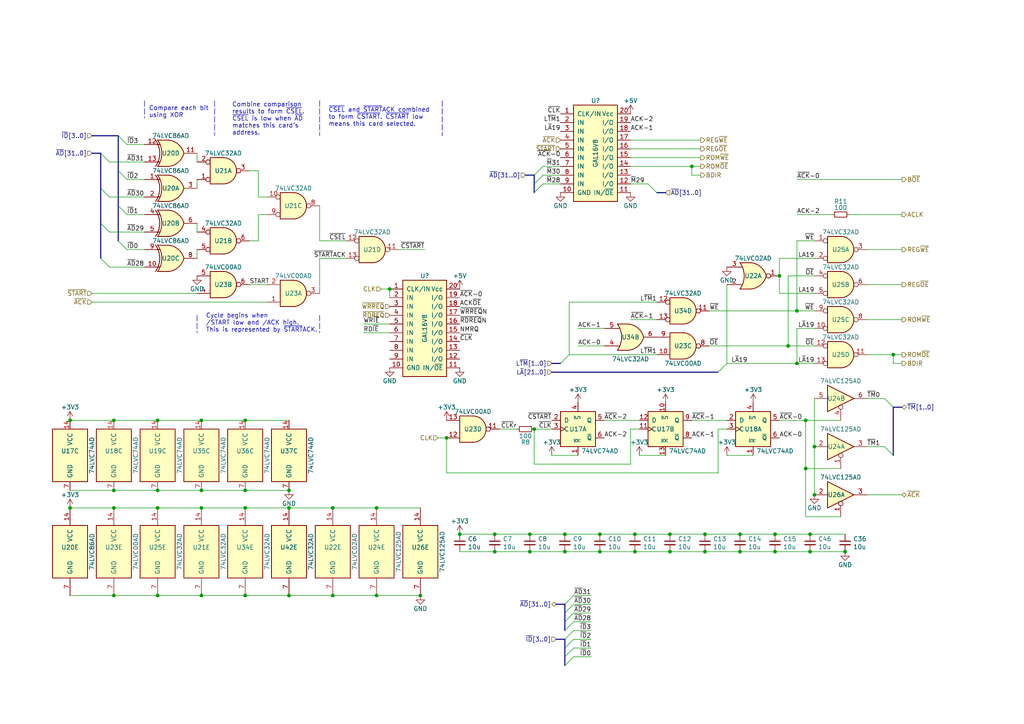
<source format=kicad_sch>
(kicad_sch (version 20211123) (generator eeschema)
  (paper "A4")
  (title_block (title "NuBus-ESP32") (date "2021-11-18") (rev "0.1") (company "Garrett's Workshop"))
  (lib_symbols
    (symbol "74xx:74LS00" (pin_names (offset 1.016))
      (property "Reference" "U" (at 0 1.27 0))
      (property "Value" "74LS00" (at 0 -1.27 0))
      (symbol "74LS00_1_1"
        (pin input line (at -7.62 2.54 0) (length 3.81) (name "~") (number "1"))
        (pin input line (at -7.62 -2.54 0) (length 3.81) (name "~") (number "2"))
        (pin output inverted (at 7.62 0 180) (length 3.81) (name "~") (number "3"))
      )
      (symbol "74LS00_1_2"
        (pin input inverted (at -7.62 2.54 0) (length 4.318) (name "~") (number "1"))
        (pin input inverted (at -7.62 -2.54 0) (length 4.318) (name "~") (number "2"))
        (pin output line (at 7.62 0 180) (length 3.81) (name "~") (number "3"))
      )
      (symbol "74LS00_2_1"
        (pin input line (at -7.62 2.54 0) (length 3.81) (name "~") (number "4"))
        (pin input line (at -7.62 -2.54 0) (length 3.81) (name "~") (number "5"))
        (pin output inverted (at 7.62 0 180) (length 3.81) (name "~") (number "6"))
      )
      (symbol "74LS00_2_2"
        (pin input inverted (at -7.62 2.54 0) (length 4.318) (name "~") (number "4"))
        (pin input inverted (at -7.62 -2.54 0) (length 4.318) (name "~") (number "5"))
        (pin output line (at 7.62 0 180) (length 3.81) (name "~") (number "6"))
      )
      (symbol "74LS00_3_1"
        (pin input line (at -7.62 -2.54 0) (length 3.81) (name "~") (number "10"))
        (pin output inverted (at 7.62 0 180) (length 3.81) (name "~") (number "8"))
        (pin input line (at -7.62 2.54 0) (length 3.81) (name "~") (number "9"))
      )
      (symbol "74LS00_3_2"
        (pin input inverted (at -7.62 -2.54 0) (length 4.318) (name "~") (number "10"))
        (pin output line (at 7.62 0 180) (length 3.81) (name "~") (number "8"))
        (pin input inverted (at -7.62 2.54 0) (length 4.318) (name "~") (number "9"))
      )
      (symbol "74LS00_4_1"
        (pin output inverted (at 7.62 0 180) (length 3.81) (name "~") (number "11"))
        (pin input line (at -7.62 2.54 0) (length 3.81) (name "~") (number "12"))
        (pin input line (at -7.62 -2.54 0) (length 3.81) (name "~") (number "13"))
      )
      (symbol "74LS00_4_2"
        (pin output line (at 7.62 0 180) (length 3.81) (name "~") (number "11"))
        (pin input inverted (at -7.62 2.54 0) (length 4.318) (name "~") (number "12"))
        (pin input inverted (at -7.62 -2.54 0) (length 4.318) (name "~") (number "13"))
      )
      (symbol "74LS00_5_0"
        (pin power_in line (at 0 12.7 270) (length 5.08) (name "VCC") (number "14"))
        (pin power_in line (at 0 -12.7 90) (length 5.08) (name "GND") (number "7"))
      )
    )
    (symbol "74xx:74LS02" (pin_names (offset 1.016))
      (property "Reference" "U" (at 0 1.27 0))
      (property "Value" "74LS02" (at 0 -1.27 0))
      (symbol "74LS02_1_1"
        (pin output inverted (at 7.62 0 180) (length 3.81) (name "~") (number "1"))
        (pin input line (at -7.62 2.54 0) (length 4.318) (name "~") (number "2"))
        (pin input line (at -7.62 -2.54 0) (length 4.318) (name "~") (number "3"))
      )
      (symbol "74LS02_1_2"
        (pin output line (at 7.62 0 180) (length 3.81) (name "~") (number "1"))
        (pin input inverted (at -7.62 2.54 0) (length 3.81) (name "~") (number "2"))
        (pin input inverted (at -7.62 -2.54 0) (length 3.81) (name "~") (number "3"))
      )
      (symbol "74LS02_2_1"
        (pin output inverted (at 7.62 0 180) (length 3.81) (name "~") (number "4"))
        (pin input line (at -7.62 2.54 0) (length 4.318) (name "~") (number "5"))
        (pin input line (at -7.62 -2.54 0) (length 4.318) (name "~") (number "6"))
      )
      (symbol "74LS02_2_2"
        (pin output line (at 7.62 0 180) (length 3.81) (name "~") (number "4"))
        (pin input inverted (at -7.62 2.54 0) (length 3.81) (name "~") (number "5"))
        (pin input inverted (at -7.62 -2.54 0) (length 3.81) (name "~") (number "6"))
      )
      (symbol "74LS02_3_1"
        (pin output inverted (at 7.62 0 180) (length 3.81) (name "~") (number "10"))
        (pin input line (at -7.62 2.54 0) (length 4.318) (name "~") (number "8"))
        (pin input line (at -7.62 -2.54 0) (length 4.318) (name "~") (number "9"))
      )
      (symbol "74LS02_3_2"
        (pin output line (at 7.62 0 180) (length 3.81) (name "~") (number "10"))
        (pin input inverted (at -7.62 2.54 0) (length 3.81) (name "~") (number "8"))
        (pin input inverted (at -7.62 -2.54 0) (length 3.81) (name "~") (number "9"))
      )
      (symbol "74LS02_4_1"
        (pin input line (at -7.62 2.54 0) (length 4.318) (name "~") (number "11"))
        (pin input line (at -7.62 -2.54 0) (length 4.318) (name "~") (number "12"))
        (pin output inverted (at 7.62 0 180) (length 3.81) (name "~") (number "13"))
      )
      (symbol "74LS02_4_2"
        (pin input inverted (at -7.62 2.54 0) (length 3.81) (name "~") (number "11"))
        (pin input inverted (at -7.62 -2.54 0) (length 3.81) (name "~") (number "12"))
        (pin output line (at 7.62 0 180) (length 3.81) (name "~") (number "13"))
      )
      (symbol "74LS02_5_0"
        (pin power_in line (at 0 12.7 270) (length 5.08) (name "VCC") (number "14"))
        (pin power_in line (at 0 -12.7 90) (length 5.08) (name "GND") (number "7"))
      )
    )
    (symbol "74xx:74LS125" (pin_names (offset 1.016))
      (property "Reference" "U" (at 0 1.27 0))
      (property "Value" "74LS125" (at 0 -1.27 0))
      (symbol "74LS125_1_0"
        (pin input inverted (at 0 -6.35 90) (length 4.445) (name "~") (number "1"))
        (pin input line (at -7.62 0 0) (length 3.81) (name "~") (number "2"))
        (pin tri_state line (at 7.62 0 180) (length 3.81) (name "~") (number "3"))
      )
      (symbol "74LS125_2_0"
        (pin input inverted (at 0 -6.35 90) (length 4.445) (name "~") (number "4"))
        (pin input line (at -7.62 0 0) (length 3.81) (name "~") (number "5"))
        (pin tri_state line (at 7.62 0 180) (length 3.81) (name "~") (number "6"))
      )
      (symbol "74LS125_3_0"
        (pin input inverted (at 0 -6.35 90) (length 4.445) (name "~") (number "10"))
        (pin tri_state line (at 7.62 0 180) (length 3.81) (name "~") (number "8"))
        (pin input line (at -7.62 0 0) (length 3.81) (name "~") (number "9"))
      )
      (symbol "74LS125_4_0"
        (pin tri_state line (at 7.62 0 180) (length 3.81) (name "~") (number "11"))
        (pin input line (at -7.62 0 0) (length 3.81) (name "~") (number "12"))
        (pin input inverted (at 0 -6.35 90) (length 4.445) (name "~") (number "13"))
      )
      (symbol "74LS125_5_0"
        (pin power_in line (at 0 12.7 270) (length 5.08) (name "VCC") (number "14"))
        (pin power_in line (at 0 -12.7 90) (length 5.08) (name "GND") (number "7"))
      )
    )
    (symbol "74xx:74LS32" (pin_names (offset 1.016))
      (property "Reference" "U" (at 0 1.27 0))
      (property "Value" "74LS32" (at 0 -1.27 0))
      (symbol "74LS32_1_1"
        (pin input line (at -7.62 2.54 0) (length 4.318) (name "~") (number "1"))
        (pin input line (at -7.62 -2.54 0) (length 4.318) (name "~") (number "2"))
        (pin output line (at 7.62 0 180) (length 3.81) (name "~") (number "3"))
      )
      (symbol "74LS32_1_2"
        (pin input inverted (at -7.62 2.54 0) (length 3.81) (name "~") (number "1"))
        (pin input inverted (at -7.62 -2.54 0) (length 3.81) (name "~") (number "2"))
        (pin output inverted (at 7.62 0 180) (length 3.81) (name "~") (number "3"))
      )
      (symbol "74LS32_2_1"
        (pin input line (at -7.62 2.54 0) (length 4.318) (name "~") (number "4"))
        (pin input line (at -7.62 -2.54 0) (length 4.318) (name "~") (number "5"))
        (pin output line (at 7.62 0 180) (length 3.81) (name "~") (number "6"))
      )
      (symbol "74LS32_2_2"
        (pin input inverted (at -7.62 2.54 0) (length 3.81) (name "~") (number "4"))
        (pin input inverted (at -7.62 -2.54 0) (length 3.81) (name "~") (number "5"))
        (pin output inverted (at 7.62 0 180) (length 3.81) (name "~") (number "6"))
      )
      (symbol "74LS32_3_1"
        (pin input line (at -7.62 -2.54 0) (length 4.318) (name "~") (number "10"))
        (pin output line (at 7.62 0 180) (length 3.81) (name "~") (number "8"))
        (pin input line (at -7.62 2.54 0) (length 4.318) (name "~") (number "9"))
      )
      (symbol "74LS32_3_2"
        (pin input inverted (at -7.62 -2.54 0) (length 3.81) (name "~") (number "10"))
        (pin output inverted (at 7.62 0 180) (length 3.81) (name "~") (number "8"))
        (pin input inverted (at -7.62 2.54 0) (length 3.81) (name "~") (number "9"))
      )
      (symbol "74LS32_4_1"
        (pin output line (at 7.62 0 180) (length 3.81) (name "~") (number "11"))
        (pin input line (at -7.62 2.54 0) (length 4.318) (name "~") (number "12"))
        (pin input line (at -7.62 -2.54 0) (length 4.318) (name "~") (number "13"))
      )
      (symbol "74LS32_4_2"
        (pin output inverted (at 7.62 0 180) (length 3.81) (name "~") (number "11"))
        (pin input inverted (at -7.62 2.54 0) (length 3.81) (name "~") (number "12"))
        (pin input inverted (at -7.62 -2.54 0) (length 3.81) (name "~") (number "13"))
      )
      (symbol "74LS32_5_0"
        (pin power_in line (at 0 12.7 270) (length 5.08) (name "VCC") (number "14"))
        (pin power_in line (at 0 -12.7 90) (length 5.08) (name "GND") (number "7"))
      )
    )
    (symbol "74xx:74LS74" (pin_names (offset 1.016))
      (property "Reference" "U" (at -7.62 8.89 0))
      (property "Value" "74LS74" (at -7.62 -8.89 0))
      (symbol "74LS74_1_0"
        (pin input line (at 0 -7.62 90) (length 2.54) (name "~{R}") (number "1"))
        (pin input line (at -7.62 2.54 0) (length 2.54) (name "D") (number "2"))
        (pin input clock (at -7.62 0 0) (length 2.54) (name "C") (number "3"))
        (pin input line (at 0 7.62 270) (length 2.54) (name "~{S}") (number "4"))
        (pin output line (at 7.62 2.54 180) (length 2.54) (name "Q") (number "5"))
        (pin output line (at 7.62 -2.54 180) (length 2.54) (name "~{Q}") (number "6"))
      )
      (symbol "74LS74_2_0"
        (pin input line (at 0 7.62 270) (length 2.54) (name "~{S}") (number "10"))
        (pin input clock (at -7.62 0 0) (length 2.54) (name "C") (number "11"))
        (pin input line (at -7.62 2.54 0) (length 2.54) (name "D") (number "12"))
        (pin input line (at 0 -7.62 90) (length 2.54) (name "~{R}") (number "13"))
        (pin output line (at 7.62 -2.54 180) (length 2.54) (name "~{Q}") (number "8"))
        (pin output line (at 7.62 2.54 180) (length 2.54) (name "Q") (number "9"))
      )
      (symbol "74LS74_3_0"
        (pin power_in line (at 0 10.16 270) (length 2.54) (name "VCC") (number "14"))
        (pin power_in line (at 0 -10.16 90) (length 2.54) (name "GND") (number "7"))
      )
    )
    (symbol "74xx:74LS86" (pin_names (offset 1.016))
      (property "Reference" "U" (at 0 1.27 0))
      (property "Value" "74LS86" (at 0 -1.27 0))
      (symbol "74LS86_1_0"
        (pin input line (at -7.62 2.54 0) (length 4.445) (name "~") (number "1"))
        (pin input line (at -7.62 -2.54 0) (length 4.445) (name "~") (number "2"))
        (pin output line (at 7.62 0 180) (length 3.81) (name "~") (number "3"))
      )
      (symbol "74LS86_2_0"
        (pin input line (at -7.62 2.54 0) (length 4.445) (name "~") (number "4"))
        (pin input line (at -7.62 -2.54 0) (length 4.445) (name "~") (number "5"))
        (pin output line (at 7.62 0 180) (length 3.81) (name "~") (number "6"))
      )
      (symbol "74LS86_3_0"
        (pin input line (at -7.62 -2.54 0) (length 4.445) (name "~") (number "10"))
        (pin output line (at 7.62 0 180) (length 3.81) (name "~") (number "8"))
        (pin input line (at -7.62 2.54 0) (length 4.445) (name "~") (number "9"))
      )
      (symbol "74LS86_4_0"
        (pin output line (at 7.62 0 180) (length 3.81) (name "~") (number "11"))
        (pin input line (at -7.62 2.54 0) (length 4.445) (name "~") (number "12"))
        (pin input line (at -7.62 -2.54 0) (length 4.445) (name "~") (number "13"))
      )
      (symbol "74LS86_5_0"
        (pin power_in line (at 0 12.7 270) (length 5.08) (name "VCC") (number "14"))
        (pin power_in line (at 0 -12.7 90) (length 5.08) (name "GND") (number "7"))
      )
    )
    (symbol "Device:C_Small" (pin_numbers hide) (pin_names (offset 0.254) hide)
      (property "Reference" "C" (at 0.254 1.778 0))
      (property "Value" "C_Small" (at 0.254 -2.032 0))
      (symbol "C_Small_1_1"
        (pin passive line (at 0 2.54 270) (length 2.032) (name "~") (number "1"))
        (pin passive line (at 0 -2.54 90) (length 2.032) (name "~") (number "2"))
      )
    )
    (symbol "Device:R_Small" (pin_numbers hide) (pin_names (offset 0.254) hide)
      (property "Reference" "R" (at 0.762 0.508 0))
      (property "Value" "R_Small" (at 0.762 -1.016 0))
      (symbol "R_Small_1_1"
        (pin passive line (at 0 2.54 270) (length 0.762) (name "~") (number "1"))
        (pin passive line (at 0 -2.54 90) (length 0.762) (name "~") (number "2"))
      )
    )
    (symbol "GW_PLD:GAL16V8" (pin_names (offset 1.016))
      (property "Reference" "U" (at 0 6.35 90))
      (property "Value" "GAL16V8" (at 0 -6.35 90))
      (symbol "GAL16V8_1_1"
        (pin input line (at -10.16 11.43 0) (length 3.81) (name "CLK/IN") (number "1"))
        (pin power_in line (at -10.16 -11.43 0) (length 3.81) (name "GND") (number "10"))
        (pin input line (at 10.16 -11.43 180) (length 3.81) (name "IN/~{OE}") (number "11"))
        (pin bidirectional line (at 10.16 -8.89 180) (length 3.81) (name "I/O") (number "12"))
        (pin bidirectional line (at 10.16 -6.35 180) (length 3.81) (name "I/O") (number "13"))
        (pin bidirectional line (at 10.16 -3.81 180) (length 3.81) (name "I/O") (number "14"))
        (pin bidirectional line (at 10.16 -1.27 180) (length 3.81) (name "I/O") (number "15"))
        (pin bidirectional line (at 10.16 1.27 180) (length 3.81) (name "I/O") (number "16"))
        (pin bidirectional line (at 10.16 3.81 180) (length 3.81) (name "I/O") (number "17"))
        (pin bidirectional line (at 10.16 6.35 180) (length 3.81) (name "I/O") (number "18"))
        (pin bidirectional line (at 10.16 8.89 180) (length 3.81) (name "I/O") (number "19"))
        (pin input line (at -10.16 8.89 0) (length 3.81) (name "IN") (number "2"))
        (pin power_in line (at 10.16 11.43 180) (length 3.81) (name "Vcc") (number "20"))
        (pin input line (at -10.16 6.35 0) (length 3.81) (name "IN") (number "3"))
        (pin input line (at -10.16 3.81 0) (length 3.81) (name "IN") (number "4"))
        (pin input line (at -10.16 1.27 0) (length 3.81) (name "IN") (number "5"))
        (pin input line (at -10.16 -1.27 0) (length 3.81) (name "IN") (number "6"))
        (pin input line (at -10.16 -3.81 0) (length 3.81) (name "IN") (number "7"))
        (pin input line (at -10.16 -6.35 0) (length 3.81) (name "IN") (number "8"))
        (pin input line (at -10.16 -8.89 0) (length 3.81) (name "IN") (number "9"))
      )
    )
    (symbol "power:+3V3" (power) (pin_names (offset 0))
      (property "Value" "+3V3" (at 0 3.556 0))
      (symbol "+3V3_1_1"
        (pin power_in line (at 0 0 90) (length 0) hide (name "+3V3") (number "1"))
      )
    )
    (symbol "power:+5V" (power) (pin_names (offset 0))
      (property "Value" "+5V" (at 0 3.556 0))
      (symbol "+5V_1_1"
        (pin power_in line (at 0 0 90) (length 0) hide (name "+5V") (number "1"))
      )
    )
    (symbol "power:GND" (power) (pin_names (offset 0))
      (property "Value" "GND" (at 0 -3.81 0))
      (symbol "GND_1_1"
        (pin power_in line (at 0 0 270) (length 0) hide (name "GND") (number "1"))
      )
    )
  )
  (junction (at 129.54 127))
  (junction (at 233.68 121.92))
  (junction (at 153.67 154.94))
  (junction (at 96.52 172.72))
  (junction (at 184.15 160.02))
  (junction (at 121.92 172.72))
  (junction (at 184.15 154.94))
  (junction (at 194.31 160.02))
  (junction (at 163.83 160.02))
  (junction (at 194.31 154.94))
  (junction (at 58.42 121.92))
  (junction (at 173.99 160.02))
  (junction (at 33.02 147.32))
  (junction (at 45.72 172.72))
  (junction (at 200.66 48.26))
  (junction (at 71.12 172.72))
  (junction (at 83.82 142.24))
  (junction (at 109.22 172.72))
  (junction (at 163.83 154.94))
  (junction (at 33.02 142.24))
  (junction (at 231.14 90.17))
  (junction (at 83.82 172.72))
  (junction (at 143.51 160.02))
  (junction (at 45.72 142.24))
  (junction (at 224.79 154.94))
  (junction (at 58.42 147.32))
  (junction (at 20.32 121.92))
  (junction (at 214.63 154.94))
  (junction (at 58.42 172.72))
  (junction (at 45.72 121.92))
  (junction (at 133.35 154.94))
  (junction (at 71.12 147.32))
  (junction (at 154.94 124.46))
  (junction (at 236.22 129.54))
  (junction (at 233.68 135.89))
  (junction (at 226.06 80.01))
  (junction (at 33.02 121.92))
  (junction (at 83.82 147.32))
  (junction (at 234.95 154.94))
  (junction (at 153.67 160.02))
  (junction (at 224.79 160.02))
  (junction (at 204.47 160.02))
  (junction (at 109.22 147.32))
  (junction (at 236.22 143.51))
  (junction (at 259.08 102.87))
  (junction (at 228.6 100.33))
  (junction (at 33.02 172.72))
  (junction (at 204.47 154.94))
  (junction (at 113.03 83.82))
  (junction (at 20.32 147.32))
  (junction (at 245.11 160.02))
  (junction (at 58.42 142.24))
  (junction (at 96.52 147.32))
  (junction (at 71.12 121.92))
  (junction (at 71.12 142.24))
  (junction (at 231.14 105.41))
  (junction (at 234.95 160.02))
  (junction (at 45.72 147.32))
  (junction (at 214.63 160.02))
  (junction (at 173.99 154.94))
  (junction (at 143.51 154.94))
  (bus_entry (at 34.29 39.37) (size 2.54 2.54))
  (bus_entry (at 29.21 74.93) (size 2.54 2.54))
  (bus_entry (at 34.29 49.53) (size 2.54 2.54))
  (bus_entry (at 163.83 182.88) (size 2.54 -2.54))
  (bus_entry (at 163.83 193.04) (size 2.54 -2.54))
  (bus_entry (at 162.56 105.41) (size 2.54 -2.54))
  (bus_entry (at 154.94 50.8) (size 2.54 -2.54))
  (bus_entry (at 163.83 180.34) (size 2.54 -2.54))
  (bus_entry (at 208.28 107.95) (size 2.54 -2.54))
  (bus_entry (at 154.94 53.34) (size 2.54 -2.54))
  (bus_entry (at 190.5 55.88) (size -2.54 -2.54))
  (bus_entry (at 154.94 55.88) (size 2.54 -2.54))
  (bus_entry (at 259.08 132.08) (size -2.54 -2.54))
  (bus_entry (at 29.21 64.77) (size 2.54 2.54))
  (bus_entry (at 163.83 190.5) (size 2.54 -2.54))
  (bus_entry (at 29.21 44.45) (size 2.54 2.54))
  (bus_entry (at 163.83 177.8) (size 2.54 -2.54))
  (bus_entry (at 29.21 54.61) (size 2.54 2.54))
  (bus_entry (at 163.83 175.26) (size 2.54 -2.54))
  (bus_entry (at 34.29 59.69) (size 2.54 2.54))
  (bus_entry (at 259.08 118.11) (size -2.54 -2.54))
  (bus_entry (at 34.29 69.85) (size 2.54 2.54))
  (bus_entry (at 163.83 187.96) (size 2.54 -2.54))
  (bus_entry (at 163.83 185.42) (size 2.54 -2.54))
  (wire (pts (xy 20.32 172.72) (xy 33.02 172.72)))
  (wire (pts (xy 31.75 67.31) (xy 41.91 67.31)))
  (wire (pts (xy 241.3 62.23) (xy 231.14 62.23)))
  (wire (pts (xy 231.14 69.85) (xy 236.22 69.85)))
  (wire (pts (xy 251.46 92.71) (xy 261.62 92.71)))
  (wire (pts (xy 36.83 41.91) (xy 41.91 41.91)))
  (wire (pts (xy 234.95 154.94) (xy 245.11 154.94)))
  (wire (pts (xy 71.12 147.32) (xy 83.82 147.32)))
  (wire (pts (xy 72.39 82.55) (xy 77.47 82.55)))
  (wire (pts (xy 261.62 105.41) (xy 259.08 105.41)))
  (wire (pts (xy 210.82 132.08) (xy 218.44 132.08)))
  (wire (pts (xy 231.14 90.17) (xy 231.14 69.85)))
  (bus (pts (xy 26.67 44.45) (xy 29.21 44.45)))
  (polyline (pts (xy 92.71 91.44) (xy 92.71 96.52)))
  (wire (pts (xy 236.22 129.54) (xy 236.22 115.57)))
  (wire (pts (xy 36.83 62.23) (xy 41.91 62.23)))
  (wire (pts (xy 83.82 147.32) (xy 96.52 147.32)))
  (wire (pts (xy 129.54 127) (xy 129.54 137.16)))
  (wire (pts (xy 228.6 80.01) (xy 236.22 80.01)))
  (bus (pts (xy 208.28 107.95) (xy 160.02 107.95)))
  (wire (pts (xy 214.63 154.94) (xy 204.47 154.94)))
  (wire (pts (xy 231.14 95.25) (xy 231.14 105.41)))
  (wire (pts (xy 58.42 142.24) (xy 71.12 142.24)))
  (wire (pts (xy 182.88 134.62) (xy 154.94 134.62)))
  (wire (pts (xy 45.72 121.92) (xy 58.42 121.92)))
  (wire (pts (xy 256.54 129.54) (xy 251.46 129.54)))
  (wire (pts (xy 113.03 83.82) (xy 113.03 86.36)))
  (wire (pts (xy 163.83 160.02) (xy 153.67 160.02)))
  (bus (pts (xy 163.83 180.34) (xy 163.83 182.88)))
  (wire (pts (xy 182.88 92.71) (xy 190.5 92.71)))
  (wire (pts (xy 26.67 87.63) (xy 77.47 87.63)))
  (wire (pts (xy 166.37 190.5) (xy 171.45 190.5)))
  (wire (pts (xy 45.72 147.32) (xy 58.42 147.32)))
  (bus (pts (xy 34.29 59.69) (xy 34.29 69.85)))
  (wire (pts (xy 100.33 74.93) (xy 92.71 74.93)))
  (wire (pts (xy 166.37 180.34) (xy 171.45 180.34)))
  (wire (pts (xy 251.46 72.39) (xy 261.62 72.39)))
  (wire (pts (xy 234.95 160.02) (xy 245.11 160.02)))
  (wire (pts (xy 20.32 147.32) (xy 33.02 147.32)))
  (wire (pts (xy 236.22 90.17) (xy 231.14 90.17)))
  (bus (pts (xy 261.62 118.11) (xy 259.08 118.11)))
  (wire (pts (xy 57.15 52.07) (xy 57.15 54.61)))
  (wire (pts (xy 96.52 147.32) (xy 109.22 147.32)))
  (wire (pts (xy 74.93 62.23) (xy 74.93 69.85)))
  (wire (pts (xy 100.33 69.85) (xy 92.71 69.85)))
  (wire (pts (xy 36.83 52.07) (xy 41.91 52.07)))
  (bus (pts (xy 154.94 53.34) (xy 154.94 55.88)))
  (wire (pts (xy 214.63 160.02) (xy 224.79 160.02)))
  (wire (pts (xy 36.83 72.39) (xy 41.91 72.39)))
  (wire (pts (xy 236.22 100.33) (xy 228.6 100.33)))
  (wire (pts (xy 231.14 95.25) (xy 236.22 95.25)))
  (wire (pts (xy 203.2 50.8) (xy 200.66 50.8)))
  (wire (pts (xy 210.82 121.92) (xy 200.66 121.92)))
  (bus (pts (xy 29.21 54.61) (xy 29.21 64.77)))
  (wire (pts (xy 182.88 40.64) (xy 203.2 40.64)))
  (wire (pts (xy 200.66 50.8) (xy 200.66 48.26)))
  (bus (pts (xy 193.04 55.88) (xy 190.5 55.88)))
  (wire (pts (xy 74.93 49.53) (xy 72.39 49.53)))
  (polyline (pts (xy 41.91 29.21) (xy 41.91 34.29)))
  (bus (pts (xy 34.29 39.37) (xy 34.29 49.53)))
  (wire (pts (xy 224.79 154.94) (xy 214.63 154.94)))
  (wire (pts (xy 233.68 121.92) (xy 233.68 135.89)))
  (wire (pts (xy 20.32 121.92) (xy 33.02 121.92)))
  (bus (pts (xy 163.83 175.26) (xy 161.29 175.26)))
  (wire (pts (xy 204.47 160.02) (xy 214.63 160.02)))
  (wire (pts (xy 208.28 124.46) (xy 210.82 124.46)))
  (bus (pts (xy 163.83 185.42) (xy 163.83 187.96)))
  (wire (pts (xy 143.51 154.94) (xy 153.67 154.94)))
  (wire (pts (xy 127 127) (xy 129.54 127)))
  (wire (pts (xy 234.95 154.94) (xy 224.79 154.94)))
  (wire (pts (xy 231.14 90.17) (xy 205.74 90.17)))
  (wire (pts (xy 31.75 46.99) (xy 41.91 46.99)))
  (wire (pts (xy 45.72 142.24) (xy 58.42 142.24)))
  (wire (pts (xy 57.15 44.45) (xy 57.15 46.99)))
  (wire (pts (xy 226.06 85.09) (xy 236.22 85.09)))
  (wire (pts (xy 226.06 74.93) (xy 226.06 80.01)))
  (wire (pts (xy 74.93 69.85) (xy 72.39 69.85)))
  (wire (pts (xy 77.47 62.23) (xy 74.93 62.23)))
  (wire (pts (xy 83.82 172.72) (xy 96.52 172.72)))
  (wire (pts (xy 33.02 121.92) (xy 45.72 121.92)))
  (wire (pts (xy 71.12 172.72) (xy 83.82 172.72)))
  (wire (pts (xy 182.88 48.26) (xy 200.66 48.26)))
  (wire (pts (xy 92.71 59.69) (xy 92.71 69.85)))
  (wire (pts (xy 109.22 147.32) (xy 121.92 147.32)))
  (bus (pts (xy 34.29 49.53) (xy 34.29 59.69)))
  (wire (pts (xy 121.92 172.72) (xy 109.22 172.72)))
  (bus (pts (xy 163.83 175.26) (xy 163.83 177.8)))
  (bus (pts (xy 163.83 190.5) (xy 163.83 193.04)))
  (wire (pts (xy 110.49 83.82) (xy 113.03 83.82)))
  (wire (pts (xy 228.6 100.33) (xy 205.74 100.33)))
  (wire (pts (xy 185.42 124.46) (xy 182.88 124.46)))
  (wire (pts (xy 154.94 124.46) (xy 160.02 124.46)))
  (wire (pts (xy 165.1 87.63) (xy 190.5 87.63)))
  (wire (pts (xy 166.37 182.88) (xy 171.45 182.88)))
  (wire (pts (xy 153.67 154.94) (xy 163.83 154.94)))
  (bus (pts (xy 163.83 185.42) (xy 161.29 185.42)))
  (wire (pts (xy 204.47 154.94) (xy 194.31 154.94)))
  (wire (pts (xy 129.54 137.16) (xy 208.28 137.16)))
  (wire (pts (xy 58.42 147.32) (xy 71.12 147.32)))
  (wire (pts (xy 228.6 80.01) (xy 228.6 100.33)))
  (wire (pts (xy 96.52 172.72) (xy 109.22 172.72)))
  (polyline (pts (xy 57.15 91.44) (xy 57.15 96.52)))
  (wire (pts (xy 144.78 124.46) (xy 149.86 124.46)))
  (wire (pts (xy 165.1 102.87) (xy 190.5 102.87)))
  (wire (pts (xy 71.12 142.24) (xy 83.82 142.24)))
  (wire (pts (xy 256.54 115.57) (xy 251.46 115.57)))
  (wire (pts (xy 57.15 72.39) (xy 57.15 74.93)))
  (wire (pts (xy 226.06 74.93) (xy 236.22 74.93)))
  (wire (pts (xy 105.41 96.52) (xy 113.03 96.52)))
  (wire (pts (xy 166.37 185.42) (xy 171.45 185.42)))
  (polyline (pts (xy 92.71 29.21) (xy 92.71 39.37)))
  (wire (pts (xy 31.75 77.47) (xy 41.91 77.47)))
  (wire (pts (xy 57.15 64.77) (xy 57.15 67.31)))
  (wire (pts (xy 105.41 93.98) (xy 113.03 93.98)))
  (wire (pts (xy 231.14 52.07) (xy 261.62 52.07)))
  (wire (pts (xy 33.02 172.72) (xy 45.72 172.72)))
  (wire (pts (xy 160.02 132.08) (xy 167.64 132.08)))
  (wire (pts (xy 58.42 172.72) (xy 71.12 172.72)))
  (wire (pts (xy 200.66 48.26) (xy 203.2 48.26)))
  (wire (pts (xy 208.28 137.16) (xy 208.28 124.46)))
  (wire (pts (xy 167.64 95.25) (xy 175.26 95.25)))
  (wire (pts (xy 20.32 142.24) (xy 33.02 142.24)))
  (wire (pts (xy 26.67 85.09) (xy 57.15 85.09)))
  (wire (pts (xy 233.68 149.86) (xy 243.84 149.86)))
  (wire (pts (xy 153.67 160.02) (xy 143.51 160.02)))
  (wire (pts (xy 182.88 45.72) (xy 203.2 45.72)))
  (wire (pts (xy 92.71 74.93) (xy 92.71 85.09)))
  (wire (pts (xy 251.46 82.55) (xy 261.62 82.55)))
  (wire (pts (xy 166.37 187.96) (xy 171.45 187.96)))
  (wire (pts (xy 115.57 72.39) (xy 123.19 72.39)))
  (bus (pts (xy 29.21 44.45) (xy 29.21 54.61)))
  (bus (pts (xy 163.83 187.96) (xy 163.83 190.5)))
  (wire (pts (xy 157.48 53.34) (xy 162.56 53.34)))
  (wire (pts (xy 251.46 102.87) (xy 259.08 102.87)))
  (wire (pts (xy 184.15 160.02) (xy 194.31 160.02)))
  (wire (pts (xy 166.37 175.26) (xy 171.45 175.26)))
  (wire (pts (xy 166.37 172.72) (xy 171.45 172.72)))
  (wire (pts (xy 233.68 121.92) (xy 243.84 121.92)))
  (wire (pts (xy 45.72 172.72) (xy 58.42 172.72)))
  (bus (pts (xy 152.4 50.8) (xy 154.94 50.8)))
  (wire (pts (xy 58.42 121.92) (xy 71.12 121.92)))
  (wire (pts (xy 259.08 102.87) (xy 261.62 102.87)))
  (wire (pts (xy 246.38 62.23) (xy 261.62 62.23)))
  (bus (pts (xy 154.94 53.34) (xy 154.94 50.8)))
  (wire (pts (xy 157.48 50.8) (xy 162.56 50.8)))
  (polyline (pts (xy 62.23 29.21) (xy 62.23 39.37)))
  (wire (pts (xy 173.99 154.94) (xy 163.83 154.94)))
  (wire (pts (xy 233.68 135.89) (xy 233.68 149.86)))
  (wire (pts (xy 33.02 142.24) (xy 45.72 142.24)))
  (wire (pts (xy 33.02 147.32) (xy 45.72 147.32)))
  (wire (pts (xy 157.48 48.26) (xy 162.56 48.26)))
  (polyline (pts (xy 128.27 29.21) (xy 128.27 39.37)))
  (wire (pts (xy 194.31 154.94) (xy 184.15 154.94)))
  (wire (pts (xy 226.06 80.01) (xy 226.06 85.09)))
  (wire (pts (xy 210.82 82.55) (xy 210.82 105.41)))
  (wire (pts (xy 165.1 102.87) (xy 165.1 87.63)))
  (wire (pts (xy 77.47 57.15) (xy 74.93 57.15)))
  (wire (pts (xy 71.12 121.92) (xy 83.82 121.92)))
  (wire (pts (xy 154.94 134.62) (xy 154.94 124.46)))
  (bus (pts (xy 259.08 118.11) (xy 259.08 132.08)))
  (wire (pts (xy 133.35 154.94) (xy 143.51 154.94)))
  (wire (pts (xy 210.82 105.41) (xy 231.14 105.41)))
  (bus (pts (xy 163.83 177.8) (xy 163.83 180.34)))
  (wire (pts (xy 163.83 160.02) (xy 173.99 160.02)))
  (wire (pts (xy 231.14 105.41) (xy 236.22 105.41)))
  (wire (pts (xy 185.42 132.08) (xy 193.04 132.08)))
  (wire (pts (xy 182.88 43.18) (xy 203.2 43.18)))
  (wire (pts (xy 194.31 160.02) (xy 204.47 160.02)))
  (wire (pts (xy 31.75 57.15) (xy 41.91 57.15)))
  (wire (pts (xy 259.08 105.41) (xy 259.08 102.87)))
  (wire (pts (xy 236.22 143.51) (xy 236.22 129.54)))
  (wire (pts (xy 184.15 154.94) (xy 173.99 154.94)))
  (wire (pts (xy 173.99 160.02) (xy 184.15 160.02)))
  (wire (pts (xy 233.68 135.89) (xy 243.84 135.89)))
  (wire (pts (xy 74.93 57.15) (xy 74.93 49.53)))
  (wire (pts (xy 224.79 160.02) (xy 234.95 160.02)))
  (bus (pts (xy 29.21 64.77) (xy 29.21 74.93)))
  (wire (pts (xy 166.37 177.8) (xy 171.45 177.8)))
  (wire (pts (xy 143.51 160.02) (xy 133.35 160.02)))
  (wire (pts (xy 226.06 121.92) (xy 233.68 121.92)))
  (wire (pts (xy 187.96 53.34) (xy 182.88 53.34)))
  (wire (pts (xy 167.64 100.33) (xy 175.26 100.33)))
  (wire (pts (xy 182.88 124.46) (xy 182.88 134.62)))
  (wire (pts (xy 185.42 121.92) (xy 175.26 121.92)))
  (wire (pts (xy 251.46 143.51) (xy 261.62 143.51)))
  (bus (pts (xy 34.29 39.37) (xy 26.67 39.37)))
  (bus (pts (xy 160.02 105.41) (xy 162.56 105.41)))
  (text "~{CSEL} and ~{START}ACK combined\nto form ~{CSTART}. ~{CSTART} low\nmeans this card selected." (at 95.25 36.83 0) (effects (font (size 1.27 1.27)) (justify left bottom)))
  (text "Cycle begins when\n/START low and /ACK high.\nThis is represented by ~{START}ACK." (at 59.69 96.52 0) (effects (font (size 1.27 1.27)) (justify left bottom)))
  (text "Compare each bit\nusing XOR" (at 43.18 34.29 0) (effects (font (size 1.27 1.27)) (justify left bottom)))
  (text "Combine comparison\nresults to form ~{CSEL}.\n~{CSEL} is low when ~{AD}\nmatches this card’s\naddress." (at 67.31 39.37 0) (effects (font (size 1.27 1.27)) (justify left bottom)))
  (label "~{CLK}r" (at 149.86 124.46 180))
  (label "~{START}ACK" (at 100.33 74.93 180))
  (label "~{ID}3" (at 171.45 182.88 180))
  (label "L~{TM}1" (at 162.56 35.56 180))
  (label "L~{A}19" (at 162.56 38.1 180))
  (label "~{ACK}-1" (at 200.66 121.92 0))
  (label "L~{A}19" (at 212.09 105.41 0))
  (label "~{ACK}-0" (at 226.06 121.92 0))
  (label "~{M}29" (at 182.88 53.34 0))
  (label "~{M}30" (at 162.56 50.8 180))
  (label "ACK-0" (at 167.64 100.33 0))
  (label "~{M}28" (at 162.56 53.34 180))
  (label "~{ID}2" (at 171.45 185.42 180))
  (label "~{AD}31" (at 171.45 172.72 180))
  (label "~{CLK}" (at 160.02 124.46 180))
  (label "~{OE}" (at 205.74 100.33 0))
  (label "ACK~{OE}" (at 133.35 88.9 0))
  (label "~{CSTART}" (at 160.02 121.92 180))
  (label "~{ACK}-2" (at 175.26 121.92 0))
  (label "~{WE}" (at 236.22 69.85 180))
  (label "LA19" (at 236.22 74.93 180))
  (label "~{CSEL}" (at 100.33 69.85 180))
  (label "~{ID}0" (at 171.45 190.5 180))
  (label "WR~{IE}" (at 105.41 93.98 0))
  (label "ACK-2" (at 231.14 62.23 0))
  (label "~{WE}" (at 205.74 90.17 0))
  (label "~{AD}30" (at 36.83 57.15 0))
  (label "LA19" (at 236.22 85.09 180))
  (label "~{AD}29" (at 171.45 177.8 180))
  (label "~{ID}1" (at 36.83 62.23 0))
  (label "~{CLK}" (at 162.56 33.02 180))
  (label "~{ACK}-0" (at 231.14 52.07 0))
  (label "~{RDREQ}N" (at 133.35 93.98 0))
  (label "L~{A}19" (at 236.22 105.41 180))
  (label "~{AD}28" (at 171.45 180.34 180))
  (label "ACK-1" (at 182.88 38.1 0))
  (label "~{ACK}-0" (at 162.56 45.72 180))
  (label "~{ID}2" (at 36.83 52.07 0))
  (label "ACK-2" (at 175.26 127 0))
  (label "~{AD}29" (at 36.83 67.31 0))
  (label "~{OE}" (at 236.22 100.33 180))
  (label "~{ID}3" (at 36.83 41.91 0))
  (label "L~{A}19" (at 236.22 95.25 180))
  (label "ACK-1" (at 200.66 127 0))
  (label "~{ID}0" (at 36.83 72.39 0))
  (label "~{ID}1" (at 171.45 187.96 180))
  (label "START" (at 72.39 82.55 0))
  (label "~{AD}31" (at 36.83 46.99 0))
  (label "ACK-2" (at 182.88 35.56 0))
  (label "~{M}31" (at 162.56 48.26 180))
  (label "RD~{IE}" (at 105.41 96.52 0))
  (label "~{CSTART}" (at 123.19 72.39 180))
  (label "ACK-0" (at 226.06 127 0))
  (label "~{AD}30" (at 171.45 175.26 180))
  (label "~{TM}1" (at 251.46 129.54 0))
  (label "~{ACK}-1" (at 182.88 92.71 0))
  (label "~{OE}" (at 236.22 80.01 180))
  (label "ACK-1" (at 167.64 95.25 0))
  (label "NMRQ" (at 133.35 96.52 0))
  (label "L~{TM}1" (at 190.5 102.87 180))
  (label "~{WE}" (at 236.22 90.17 180))
  (label "~{ACK}-0" (at 133.35 86.36 0))
  (label "L~{TM}1" (at 190.5 87.63 180))
  (label "~{AD}28" (at 36.83 77.47 0))
  (label "~{TM}0" (at 251.46 115.57 0))
  (label "~{WRREQ}N" (at 133.35 91.44 0))
  (label "~{CLK}" (at 133.35 99.06 0))
  (hierarchical_label "BDIR" (shape output) (at 203.2 50.8 0))
  (hierarchical_label "~{RDREQ}" (shape input) (at 113.03 91.44 180))
  (hierarchical_label "~{AD}[31..0]" (shape input) (at 26.67 44.45 180))
  (hierarchical_label "L~{TM}[1..0]" (shape input) (at 160.02 105.41 180))
  (hierarchical_label "BDIR" (shape output) (at 261.62 105.41 0))
  (hierarchical_label "REG~{OE}" (shape output) (at 203.2 43.18 0))
  (hierarchical_label "B~{OE}" (shape output) (at 261.62 52.07 0))
  (hierarchical_label "~{ID}[3..0]" (shape input) (at 26.67 39.37 180))
  (hierarchical_label "REG~{OE}" (shape output) (at 261.62 82.55 0))
  (hierarchical_label "REG~{WE}" (shape output) (at 261.62 72.39 0))
  (hierarchical_label "ROM~{OE}" (shape output) (at 261.62 102.87 0))
  (hierarchical_label "REG~{WE}" (shape output) (at 203.2 40.64 0))
  (hierarchical_label "~{AD}[31..0]" (shape input) (at 152.4 50.8 180))
  (hierarchical_label "~{AD}[31..0]" (shape bidirectional) (at 161.29 175.26 180))
  (hierarchical_label "~{ACK}" (shape bidirectional) (at 261.62 143.51 0))
  (hierarchical_label "~{ACK}" (shape input) (at 162.56 40.64 180))
  (hierarchical_label "~{AD}[31..0]" (shape input) (at 193.04 55.88 0))
  (hierarchical_label "~{ACK}" (shape input) (at 26.67 87.63 180))
  (hierarchical_label "~{ID}[3..0]" (shape input) (at 161.29 185.42 180))
  (hierarchical_label "CLK" (shape input) (at 127 127 180))
  (hierarchical_label "~{TM}[1..0]" (shape bidirectional) (at 261.62 118.11 0))
  (hierarchical_label "ACLK" (shape output) (at 261.62 62.23 0))
  (hierarchical_label "L~{A}[21..0]" (shape input) (at 160.02 107.95 180))
  (hierarchical_label "~{WRREQ}" (shape input) (at 113.03 88.9 180))
  (hierarchical_label "~{START}" (shape input) (at 26.67 85.09 180))
  (hierarchical_label "CLK" (shape input) (at 110.49 83.82 180))
  (hierarchical_label "ROM~{OE}" (shape output) (at 203.2 48.26 0))
  (hierarchical_label "~{START}" (shape input) (at 162.56 43.18 180))
  (hierarchical_label "ROM~{WE}" (shape output) (at 203.2 45.72 0))
  (hierarchical_label "ROM~{WE}" (shape output) (at 261.62 92.71 0))
  (symbol (lib_id "Device:R_Small") (at 152.4 124.46 90) (unit 1)
    (property "Reference" "R8" (at 152.4 128.27 90))
    (property "Value" "100" (at 152.4 125.73 90) (effects (justify bottom)))
    (property "Footprint" "stdpads:R_0805" (effects hide))
    (property "LCSC Part" "C17408" (effects hide))
  )
  (symbol (lib_id "Device:R_Small") (at 243.84 62.23 90) (mirror x) (unit 1)
    (property "Reference" "R11" (at 243.84 58.42 90))
    (property "Value" "100" (at 243.84 60.96 90) (effects (justify bottom)))
    (property "Footprint" "stdpads:R_0805" (effects hide))
    (property "LCSC Part" "C17408" (effects hide))
  )
  (symbol (lib_id "74xx:74LS00") (at 137.16 124.46 0) (mirror x) (unit 4)
    (property "Reference" "U23" (at 137.16 124.46 0))
    (property "Value" "74LVC00AD" (at 137.16 119.38 0))
    (property "Footprint" "stdpads:SOIC-14_3.9mm" (effects hide))
    (property "Datasheet" "http://www.ti.com/lit/gpn/sn74LS00" (effects hide))
    (property "LCSC Part" "C7802" (effects hide))
  )
  (symbol (lib_id "74xx:74LS86") (at 20.32 160.02 0) (unit 5)
    (property "Reference" "U20" (at 20.32 158.75 0))
    (property "Value" "74LVC86AD" (at 26.67 160.02 90))
    (property "Footprint" "stdpads:SOIC-14_3.9mm" (effects hide))
    (property "Datasheet" "http://www.ti.com/lit/gpn/sn74LS86" (effects hide))
    (property "LCSC Part" "C548853" (effects hide))
  )
  (symbol (lib_id "74xx:74LS00") (at 33.02 160.02 0) (unit 5)
    (property "Reference" "U23" (at 33.02 158.75 0))
    (property "Value" "74LVC00AD" (at 39.37 160.02 90))
    (property "Footprint" "stdpads:SOIC-14_3.9mm" (effects hide))
    (property "Datasheet" "http://www.ti.com/lit/gpn/sn74LS00" (effects hide))
    (property "LCSC Part" "C7802" (effects hide))
  )
  (symbol (lib_id "74xx:74LS32") (at 45.72 160.02 0) (unit 5)
    (property "Reference" "U25" (at 45.72 158.75 0))
    (property "Value" "74LVC32AD" (at 52.07 160.02 90))
    (property "Footprint" "stdpads:SOIC-14_3.9mm" (effects hide))
    (property "Datasheet" "http://www.ti.com/lit/gpn/sn74LS08" (effects hide))
    (property "LCSC Part" "C7852" (effects hide))
  )
  (symbol (lib_id "74xx:74LS32") (at 58.42 160.02 0) (unit 5)
    (property "Reference" "U21" (at 58.42 158.75 0))
    (property "Value" "74LVC32AD" (at 64.77 160.02 90))
    (property "Footprint" "stdpads:SOIC-14_3.9mm" (effects hide))
    (property "Datasheet" "http://www.ti.com/lit/gpn/sn74LS08" (effects hide))
    (property "LCSC Part" "C7852" (effects hide))
  )
  (symbol (lib_id "74xx:74LS02") (at 96.52 160.02 0) (unit 5)
    (property "Reference" "U22" (at 96.52 158.75 0))
    (property "Value" "74LVC02AD" (at 102.87 160.02 90))
    (property "Footprint" "stdpads:SOIC-14_3.9mm" (effects hide))
    (property "Datasheet" "http://www.ti.com/lit/gpn/sn74LS02" (effects hide))
    (property "LCSC Part" "C7804" (effects hide))
  )
  (symbol (lib_id "74xx:74LS32") (at 71.12 160.02 0) (unit 5)
    (property "Reference" "U34" (at 71.12 158.75 0))
    (property "Value" "74LVC32AD" (at 77.47 160.02 90))
    (property "Footprint" "stdpads:SOIC-14_3.9mm" (effects hide))
    (property "Datasheet" "http://www.ti.com/lit/gpn/sn74LS08" (effects hide))
    (property "LCSC Part" "C7852" (effects hide))
  )
  (symbol (lib_id "74xx:74LS32") (at 198.12 90.17 0) (unit 4) (convert 2)
    (property "Reference" "U34" (at 198.12 90.17 0))
    (property "Value" "74LVC32AD" (at 198.12 85.09 0))
    (property "Footprint" "stdpads:SOIC-14_3.9mm" (effects hide))
    (property "Datasheet" "http://www.ti.com/lit/gpn/sn74LS08" (effects hide))
    (property "LCSC Part" "C7852" (effects hide))
  )
  (symbol (lib_id "74xx:74LS74") (at 20.32 132.08 0) (unit 3)
    (property "Reference" "U17" (at 20.32 130.81 0))
    (property "Value" "74LVC74AD" (at 26.67 132.08 90))
    (property "Footprint" "stdpads:SOIC-14_3.9mm" (effects hide))
    (property "Datasheet" "74xx/74hc_hct74.pdf" (effects hide))
    (property "LCSC Part" "C7864" (effects hide))
  )
  (symbol (lib_id "power:+3V3") (at 20.32 147.32 0) (unit 1)
    (property "Reference" "#PWR0231" (effects hide))
    (property "Value" "+3V3" (at 20.32 143.51 0))
  )
  (symbol (lib_id "power:GND") (at 121.92 172.72 0) (unit 1)
    (property "Reference" "#PWR0232" (effects hide))
    (property "Value" "GND" (at 121.92 176.53 0))
  )
  (symbol (lib_id "74xx:74LS74") (at 33.02 132.08 0) (unit 3)
    (property "Reference" "U18" (at 33.02 130.81 0))
    (property "Value" "74LVC74AD" (at 39.37 132.08 90))
    (property "Footprint" "stdpads:SOIC-14_3.9mm" (effects hide))
    (property "Datasheet" "74xx/74hc_hct74.pdf" (effects hide))
    (property "LCSC Part" "C7864" (effects hide))
  )
  (symbol (lib_id "74xx:74LS74") (at 45.72 132.08 0) (unit 3)
    (property "Reference" "U19" (at 45.72 130.81 0))
    (property "Value" "74LVC74AD" (at 52.07 132.08 90))
    (property "Footprint" "stdpads:SOIC-14_3.9mm" (effects hide))
    (property "Datasheet" "74xx/74hc_hct74.pdf" (effects hide))
    (property "LCSC Part" "C7864" (effects hide))
  )
  (symbol (lib_id "74xx:74LS74") (at 58.42 132.08 0) (unit 3)
    (property "Reference" "U35" (at 58.42 130.81 0))
    (property "Value" "74LVC74AD" (at 64.77 132.08 90))
    (property "Footprint" "stdpads:SOIC-14_3.9mm" (effects hide))
    (property "Datasheet" "74xx/74hc_hct74.pdf" (effects hide))
    (property "LCSC Part" "C7864" (effects hide))
  )
  (symbol (lib_id "74xx:74LS74") (at 71.12 132.08 0) (unit 3)
    (property "Reference" "U36" (at 71.12 130.81 0))
    (property "Value" "74LVC74AD" (at 77.47 132.08 90))
    (property "Footprint" "stdpads:SOIC-14_3.9mm" (effects hide))
    (property "Datasheet" "74xx/74hc_hct74.pdf" (effects hide))
    (property "LCSC Part" "C7864" (effects hide))
  )
  (symbol (lib_id "74xx:74LS74") (at 83.82 132.08 0) (unit 3)
    (property "Reference" "U37" (at 83.82 130.81 0))
    (property "Value" "74LVC74AD" (at 90.17 132.08 90))
    (property "Footprint" "stdpads:SOIC-14_3.9mm" (effects hide))
    (property "Datasheet" "74xx/74hc_hct74.pdf" (effects hide))
    (property "LCSC Part" "C7864" (effects hide))
  )
  (symbol (lib_id "74xx:74LS125") (at 109.22 160.02 0) (unit 5)
    (property "Reference" "U24" (at 109.22 158.75 0))
    (property "Value" "74LVC125AD" (at 115.57 160.02 90))
    (property "Footprint" "stdpads:SOIC-14_3.9mm" (effects hide))
    (property "Datasheet" "http://www.ti.com/lit/gpn/sn74LS125" (effects hide))
    (property "LCSC Part" "C7661" (effects hide))
  )
  (symbol (lib_id "74xx:74LS125") (at 121.92 160.02 0) (unit 5)
    (property "Reference" "U26" (at 121.92 158.75 0))
    (property "Value" "74LVC125AD" (at 128.27 160.02 90))
    (property "Footprint" "stdpads:SOIC-14_3.9mm" (effects hide))
    (property "Datasheet" "http://www.ti.com/lit/gpn/sn74LS125" (effects hide))
    (property "LCSC Part" "C7661" (effects hide))
  )
  (symbol (lib_id "power:+3V3") (at 20.32 121.92 0) (unit 1)
    (property "Reference" "#PWR0233" (effects hide))
    (property "Value" "+3V3" (at 20.32 118.11 0))
  )
  (symbol (lib_id "power:GND") (at 83.82 142.24 0) (unit 1)
    (property "Reference" "#PWR0234" (effects hide))
    (property "Value" "GND" (at 83.82 146.05 0))
  )
  (symbol (lib_id "Device:C_Small") (at 234.95 157.48 0) (mirror y) (unit 1)
    (property "Reference" "C46" (at 237.2868 156.3116 0) (effects (justify right)))
    (property "Value" "10u" (at 237.2868 158.623 0) (effects (justify right)))
    (property "Footprint" "stdpads:C_0805" (effects hide))
    (property "LCSC Part" "C15850" (effects hide))
  )
  (symbol (lib_id "74xx:74LS32") (at 83.82 160.02 0) (unit 5)
    (property "Reference" "U42" (at 83.82 158.75 0))
    (property "Value" "74LVC32AD" (at 90.17 160.02 90))
    (property "Footprint" "stdpads:SOIC-14_3.9mm" (effects hide))
    (property "Datasheet" "http://www.ti.com/lit/gpn/sn74LS08" (effects hide))
    (property "LCSC Part" "C7852" (effects hide))
  )
  (symbol (lib_id "Device:C_Small") (at 245.11 157.48 0) (mirror y) (unit 1)
    (property "Reference" "C36" (at 247.4468 156.3116 0) (effects (justify right)))
    (property "Value" "10u" (at 247.4468 158.623 0) (effects (justify right)))
    (property "Footprint" "stdpads:C_0805" (effects hide))
    (property "LCSC Part" "C15850" (effects hide))
  )
  (symbol (lib_id "power:GND") (at 245.11 160.02 0) (unit 1)
    (property "Reference" "#PWR0215" (effects hide))
    (property "Value" "GND" (at 245.11 163.83 0))
  )
  (symbol (lib_id "power:+3V3") (at 167.64 116.84 0) (unit 1)
    (property "Reference" "#PWR0109" (effects hide))
    (property "Value" "+3V3" (at 167.64 113.03 0))
  )
  (symbol (lib_id "power:+3V3") (at 193.04 116.84 0) (unit 1)
    (property "Reference" "#PWR0110" (effects hide))
    (property "Value" "+3V3" (at 193.04 113.03 0))
  )
  (symbol (lib_id "power:+3V3") (at 218.44 116.84 0) (unit 1)
    (property "Reference" "#PWR0111" (effects hide))
    (property "Value" "+3V3" (at 218.44 113.03 0))
  )
  (symbol (lib_id "power:+3V3") (at 129.54 121.92 0) (unit 1)
    (property "Reference" "#PWR0112" (effects hide))
    (property "Value" "+3V3" (at 129.54 118.11 0))
  )
  (symbol (lib_id "power:+3V3") (at 160.02 132.08 0) (unit 1)
    (property "Reference" "#PWR0113" (effects hide))
    (property "Value" "+3V3" (at 160.02 128.27 0))
  )
  (symbol (lib_id "power:+3V3") (at 185.42 132.08 0) (unit 1)
    (property "Reference" "#PWR0114" (effects hide))
    (property "Value" "+3V3" (at 185.42 128.27 0))
  )
  (symbol (lib_id "power:+3V3") (at 210.82 132.08 0) (unit 1)
    (property "Reference" "#PWR0115" (effects hide))
    (property "Value" "+3V3" (at 210.82 128.27 0))
  )
  (symbol (lib_id "74xx:74LS32") (at 243.84 82.55 0) (unit 2) (convert 2)
    (property "Reference" "U25" (at 243.84 82.55 0))
    (property "Value" "74LVC32AD" (at 243.84 77.47 0))
    (property "Footprint" "stdpads:SOIC-14_3.9mm" (effects hide))
    (property "Datasheet" "http://www.ti.com/lit/gpn/sn74LS08" (effects hide))
    (property "LCSC Part" "C7852" (effects hide))
  )
  (symbol (lib_id "74xx:74LS32") (at 243.84 92.71 0) (unit 3) (convert 2)
    (property "Reference" "U25" (at 243.84 92.71 0))
    (property "Value" "74LVC32AD" (at 243.84 87.63 0))
    (property "Footprint" "stdpads:SOIC-14_3.9mm" (effects hide))
    (property "Datasheet" "http://www.ti.com/lit/gpn/sn74LS08" (effects hide))
    (property "LCSC Part" "C7852" (effects hide))
  )
  (symbol (lib_id "74xx:74LS32") (at 243.84 102.87 0) (unit 4) (convert 2)
    (property "Reference" "U25" (at 243.84 102.87 0))
    (property "Value" "74LVC32AD" (at 243.84 97.79 0))
    (property "Footprint" "stdpads:SOIC-14_3.9mm" (effects hide))
    (property "Datasheet" "http://www.ti.com/lit/gpn/sn74LS08" (effects hide))
    (property "LCSC Part" "C7852" (effects hide))
  )
  (symbol (lib_id "74xx:74LS32") (at 243.84 72.39 0) (unit 1) (convert 2)
    (property "Reference" "U25" (at 243.84 72.39 0))
    (property "Value" "74LVC32AD" (at 243.84 67.31 0))
    (property "Footprint" "stdpads:SOIC-14_3.9mm" (effects hide))
    (property "Datasheet" "http://www.ti.com/lit/gpn/sn74LS08" (effects hide))
    (property "LCSC Part" "C7852" (effects hide))
  )
  (symbol (lib_id "74xx:74LS00") (at 198.12 100.33 0) (unit 3)
    (property "Reference" "U23" (at 198.12 100.33 0))
    (property "Value" "74LVC00AD" (at 198.12 105.41 0))
    (property "Footprint" "stdpads:SOIC-14_3.9mm" (effects hide))
    (property "Datasheet" "http://www.ti.com/lit/gpn/sn74LS00" (effects hide))
    (property "LCSC Part" "C7802" (effects hide))
  )
  (symbol (lib_id "74xx:74LS125") (at 243.84 115.57 0) (unit 2)
    (property "Reference" "U24" (at 242.57 115.57 0))
    (property "Value" "74LVC125AD" (at 243.84 110.49 0))
    (property "Footprint" "stdpads:SOIC-14_3.9mm" (effects hide))
    (property "Datasheet" "http://www.ti.com/lit/gpn/sn74LS125" (effects hide))
    (property "LCSC Part" "C7661" (effects hide))
  )
  (symbol (lib_id "74xx:74LS125") (at 243.84 129.54 0) (unit 1)
    (property "Reference" "U24" (at 242.57 129.54 0))
    (property "Value" "74LVC125AD" (at 243.84 124.46 0))
    (property "Footprint" "stdpads:SOIC-14_3.9mm" (effects hide))
    (property "Datasheet" "http://www.ti.com/lit/gpn/sn74LS125" (effects hide))
    (property "LCSC Part" "C7661" (effects hide))
  )
  (symbol (lib_id "74xx:74LS125") (at 243.84 143.51 0) (unit 1)
    (property "Reference" "U26" (at 242.57 143.51 0))
    (property "Value" "74LVC125AD" (at 243.84 138.43 0))
    (property "Footprint" "stdpads:SOIC-14_3.9mm" (effects hide))
    (property "Datasheet" "http://www.ti.com/lit/gpn/sn74LS125" (effects hide))
    (property "LCSC Part" "C7661" (effects hide))
  )
  (symbol (lib_id "74xx:74LS74") (at 167.64 124.46 0) (unit 1)
    (property "Reference" "U17" (at 167.64 124.46 0))
    (property "Value" "74LVC74AD" (at 173.99 130.81 0))
    (property "Footprint" "stdpads:SOIC-14_3.9mm" (effects hide))
    (property "Datasheet" "74xx/74hc_hct74.pdf" (effects hide))
    (property "LCSC Part" "C7864" (effects hide))
  )
  (symbol (lib_id "74xx:74LS74") (at 193.04 124.46 0) (unit 2)
    (property "Reference" "U17" (at 193.04 124.46 0))
    (property "Value" "74LVC74AD" (at 199.39 130.81 0))
    (property "Footprint" "stdpads:SOIC-14_3.9mm" (effects hide))
    (property "Datasheet" "74xx/74hc_hct74.pdf" (effects hide))
    (property "LCSC Part" "C7864" (effects hide))
  )
  (symbol (lib_id "74xx:74LS74") (at 218.44 124.46 0) (unit 1)
    (property "Reference" "U18" (at 218.44 124.46 0))
    (property "Value" "74LVC74AD" (at 224.79 130.81 0))
    (property "Footprint" "stdpads:SOIC-14_3.9mm" (effects hide))
    (property "Datasheet" "74xx/74hc_hct74.pdf" (effects hide))
    (property "LCSC Part" "C7864" (effects hide))
  )
  (symbol (lib_id "power:+3V3") (at 133.35 154.94 0) (mirror y) (unit 1)
    (property "Reference" "#PWR0188" (effects hide))
    (property "Value" "+3V3" (at 133.35 151.13 0))
  )
  (symbol (lib_id "Device:C_Small") (at 133.35 157.48 0) (mirror y) (unit 1)
    (property "Reference" "C6" (at 135.6868 156.3116 0) (effects (justify right)))
    (property "Value" "10u" (at 135.6868 158.623 0) (effects (justify right)))
    (property "Footprint" "stdpads:C_0805" (effects hide))
    (property "LCSC Part" "C15850" (effects hide))
  )
  (symbol (lib_id "Device:C_Small") (at 153.67 157.48 0) (mirror y) (unit 1)
    (property "Reference" "C8" (at 156.0068 156.3116 0) (effects (justify right)))
    (property "Value" "10u" (at 156.0068 158.623 0) (effects (justify right)))
    (property "Footprint" "stdpads:C_0805" (effects hide))
    (property "LCSC Part" "C15850" (effects hide))
  )
  (symbol (lib_id "Device:C_Small") (at 143.51 157.48 0) (mirror y) (unit 1)
    (property "Reference" "C7" (at 145.8468 156.3116 0) (effects (justify right)))
    (property "Value" "10u" (at 145.8468 158.623 0) (effects (justify right)))
    (property "Footprint" "stdpads:C_0805" (effects hide))
    (property "LCSC Part" "C15850" (effects hide))
  )
  (symbol (lib_id "Device:C_Small") (at 163.83 157.48 0) (mirror y) (unit 1)
    (property "Reference" "C9" (at 166.1668 156.3116 0) (effects (justify right)))
    (property "Value" "10u" (at 166.1668 158.623 0) (effects (justify right)))
    (property "Footprint" "stdpads:C_0805" (effects hide))
    (property "LCSC Part" "C15850" (effects hide))
  )
  (symbol (lib_id "Device:C_Small") (at 184.15 157.48 0) (mirror y) (unit 1)
    (property "Reference" "C11" (at 186.4868 156.3116 0) (effects (justify right)))
    (property "Value" "10u" (at 186.4868 158.623 0) (effects (justify right)))
    (property "Footprint" "stdpads:C_0805" (effects hide))
    (property "LCSC Part" "C15850" (effects hide))
  )
  (symbol (lib_id "Device:C_Small") (at 173.99 157.48 0) (mirror y) (unit 1)
    (property "Reference" "C10" (at 176.3268 156.3116 0) (effects (justify right)))
    (property "Value" "10u" (at 176.3268 158.623 0) (effects (justify right)))
    (property "Footprint" "stdpads:C_0805" (effects hide))
    (property "LCSC Part" "C15850" (effects hide))
  )
  (symbol (lib_id "Device:C_Small") (at 194.31 157.48 0) (mirror y) (unit 1)
    (property "Reference" "C12" (at 196.6468 156.3116 0) (effects (justify right)))
    (property "Value" "10u" (at 196.6468 158.623 0) (effects (justify right)))
    (property "Footprint" "stdpads:C_0805" (effects hide))
    (property "LCSC Part" "C15850" (effects hide))
  )
  (symbol (lib_id "Device:C_Small") (at 204.47 157.48 0) (mirror y) (unit 1)
    (property "Reference" "C13" (at 206.8068 156.3116 0) (effects (justify right)))
    (property "Value" "10u" (at 206.8068 158.623 0) (effects (justify right)))
    (property "Footprint" "stdpads:C_0805" (effects hide))
    (property "LCSC Part" "C15850" (effects hide))
  )
  (symbol (lib_id "Device:C_Small") (at 224.79 157.48 0) (mirror y) (unit 1)
    (property "Reference" "C15" (at 227.1268 156.3116 0) (effects (justify right)))
    (property "Value" "10u" (at 227.1268 158.623 0) (effects (justify right)))
    (property "Footprint" "stdpads:C_0805" (effects hide))
    (property "LCSC Part" "C15850" (effects hide))
  )
  (symbol (lib_id "Device:C_Small") (at 214.63 157.48 0) (mirror y) (unit 1)
    (property "Reference" "C14" (at 216.9668 156.3116 0) (effects (justify right)))
    (property "Value" "10u" (at 216.9668 158.623 0) (effects (justify right)))
    (property "Footprint" "stdpads:C_0805" (effects hide))
    (property "LCSC Part" "C15850" (effects hide))
  )
  (symbol (lib_id "74xx:74LS00") (at 85.09 85.09 0) (mirror x) (unit 1)
    (property "Reference" "U23" (at 85.09 85.09 0))
    (property "Value" "74LVC00AD" (at 85.09 80.01 0))
    (property "Footprint" "stdpads:SOIC-14_3.9mm" (effects hide))
    (property "Datasheet" "http://www.ti.com/lit/gpn/sn74LS00" (effects hide))
    (property "LCSC Part" "C7802" (effects hide))
  )
  (symbol (lib_id "power:GND") (at 210.82 77.47 0) (unit 1)
    (property "Reference" "#PWR0211" (effects hide))
    (property "Value" "GND" (at 210.82 81.28 0))
  )
  (symbol (lib_id "74xx:74LS02") (at 218.44 80.01 0) (mirror x) (unit 1)
    (property "Reference" "U22" (at 218.44 80.01 0))
    (property "Value" "74LVC02AD" (at 218.44 74.93 0))
    (property "Footprint" "stdpads:SOIC-14_3.9mm" (effects hide))
    (property "Datasheet" "http://www.ti.com/lit/gpn/sn74LS02" (effects hide))
    (property "LCSC Part" "C7804" (effects hide))
  )
  (symbol (lib_id "power:GND") (at 57.15 80.01 0) (unit 1)
    (property "Reference" "#PWR0216" (effects hide))
    (property "Value" "GND" (at 57.15 83.82 0))
  )
  (symbol (lib_id "74xx:74LS32") (at 85.09 59.69 0) (mirror x) (unit 3) (convert 2)
    (property "Reference" "U21" (at 85.09 59.69 0))
    (property "Value" "74LVC32AD" (at 85.09 54.61 0))
    (property "Footprint" "stdpads:SOIC-14_3.9mm" (effects hide))
    (property "Datasheet" "http://www.ti.com/lit/gpn/sn74LS08" (effects hide))
    (property "LCSC Part" "C7852" (effects hide))
  )
  (symbol (lib_id "74xx:74LS32") (at 182.88 97.79 0) (mirror x) (unit 2)
    (property "Reference" "U34" (at 182.88 97.79 0))
    (property "Value" "74LVC32AD" (at 182.88 104.14 0))
    (property "Footprint" "stdpads:SOIC-14_3.9mm" (effects hide))
    (property "Datasheet" "http://www.ti.com/lit/gpn/sn74LS08" (effects hide))
    (property "LCSC Part" "C7852" (effects hide))
  )
  (symbol (lib_id "power:GND") (at 236.22 143.51 0) (unit 1)
    (property "Reference" "#PWR0106" (effects hide))
    (property "Value" "GND" (at 236.22 147.32 0))
  )
  (symbol (lib_id "74xx:74LS32") (at 107.95 72.39 0) (unit 4) (convert 2)
    (property "Reference" "U21" (at 107.95 72.39 0))
    (property "Value" "74LVC32AD" (at 107.95 67.31 0))
    (property "Footprint" "stdpads:SOIC-14_3.9mm" (effects hide))
    (property "Datasheet" "http://www.ti.com/lit/gpn/sn74LS08" (effects hide))
    (property "LCSC Part" "C7852" (effects hide))
  )
  (symbol (lib_id "74xx:74LS00") (at 64.77 82.55 0) (mirror x) (unit 2)
    (property "Reference" "U23" (at 64.77 82.55 0))
    (property "Value" "74LVC00AD" (at 64.77 77.47 0))
    (property "Footprint" "stdpads:SOIC-14_3.9mm" (effects hide))
    (property "Datasheet" "http://www.ti.com/lit/gpn/sn74LS00" (effects hide))
    (property "LCSC Part" "C7802" (effects hide))
  )
  (symbol (lib_id "74xx:74LS86") (at 49.53 54.61 0) (unit 1)
    (property "Reference" "U20" (at 49.53 54.61 0))
    (property "Value" "74LVC86AD" (at 49.53 49.53 0))
    (property "Footprint" "stdpads:SOIC-14_3.9mm" (effects hide))
    (property "Datasheet" "http://www.ti.com/lit/gpn/sn74LS86" (effects hide))
    (property "LCSC Part" "C548853" (effects hide))
  )
  (symbol (lib_id "74xx:74LS86") (at 49.53 64.77 0) (unit 2)
    (property "Reference" "U20" (at 49.53 64.77 0))
    (property "Value" "74LVC86AD" (at 49.53 59.69 0))
    (property "Footprint" "stdpads:SOIC-14_3.9mm" (effects hide))
    (property "Datasheet" "http://www.ti.com/lit/gpn/sn74LS86" (effects hide))
    (property "LCSC Part" "C548853" (effects hide))
  )
  (symbol (lib_id "74xx:74LS86") (at 49.53 74.93 0) (unit 3)
    (property "Reference" "U20" (at 49.53 74.93 0))
    (property "Value" "74LVC86AD" (at 49.53 69.85 0))
    (property "Footprint" "stdpads:SOIC-14_3.9mm" (effects hide))
    (property "Datasheet" "http://www.ti.com/lit/gpn/sn74LS86" (effects hide))
    (property "LCSC Part" "C548853" (effects hide))
  )
  (symbol (lib_id "74xx:74LS86") (at 49.53 44.45 0) (unit 4)
    (property "Reference" "U20" (at 49.53 44.45 0))
    (property "Value" "74LVC86AD" (at 49.53 39.37 0))
    (property "Footprint" "stdpads:SOIC-14_3.9mm" (effects hide))
    (property "Datasheet" "http://www.ti.com/lit/gpn/sn74LS86" (effects hide))
    (property "LCSC Part" "C548853" (effects hide))
  )
  (symbol (lib_id "74xx:74LS32") (at 64.77 69.85 0) (unit 2) (convert 2)
    (property "Reference" "U21" (at 64.77 69.85 0))
    (property "Value" "74LVC32AD" (at 64.77 64.77 0))
    (property "Footprint" "stdpads:SOIC-14_3.9mm" (effects hide))
    (property "Datasheet" "http://www.ti.com/lit/gpn/sn74LS08" (effects hide))
    (property "LCSC Part" "C7852" (effects hide))
  )
  (symbol (lib_id "74xx:74LS32") (at 64.77 49.53 0) (mirror x) (unit 1) (convert 2)
    (property "Reference" "U21" (at 64.77 49.53 0))
    (property "Value" "74LVC32AD" (at 64.77 44.45 0))
    (property "Footprint" "stdpads:SOIC-14_3.9mm" (effects hide))
    (property "Datasheet" "http://www.ti.com/lit/gpn/sn74LS08" (effects hide))
    (property "LCSC Part" "C7852" (effects hide))
  )
  (symbol (lib_id "GW_PLD:GAL16V8") (at 123.19 95.25 0) (unit 1)
    (property "Reference" "U?" (at 123.19 80.01 0))
    (property "Value" "GAL16V8" (at 123.19 95.25 90))
  )
  (symbol (lib_id "power:GND") (at 162.56 55.88 0) (unit 1)
    (property "Reference" "#PWR?" (effects hide))
    (property "Value" "GND" (at 162.56 59.69 0))
  )
  (symbol (lib_id "power:GND") (at 113.03 106.68 0) (unit 1)
    (property "Reference" "#PWR?" (effects hide))
    (property "Value" "GND" (at 113.03 110.49 0))
  )
  (symbol (lib_id "power:+5V") (at 133.35 83.82 0) (unit 1)
    (property "Reference" "#PWR?" (effects hide))
    (property "Value" "+5V" (at 133.35 80.01 0))
  )
  (symbol (lib_id "power:GND") (at 133.35 106.68 0) (unit 1)
    (property "Reference" "#PWR?" (effects hide))
    (property "Value" "GND" (at 133.35 110.49 0))
  )
  (symbol (lib_id "power:+5V") (at 182.88 33.02 0) (unit 1)
    (property "Reference" "#PWR?" (effects hide))
    (property "Value" "+5V" (at 182.88 29.21 0))
  )
  (symbol (lib_id "power:GND") (at 182.88 55.88 0) (unit 1)
    (property "Reference" "#PWR?" (effects hide))
    (property "Value" "GND" (at 182.88 59.69 0))
  )
  (symbol (lib_id "GW_PLD:GAL16V8") (at 172.72 44.45 0) (unit 1)
    (property "Reference" "U?" (at 172.72 29.21 0))
    (property "Value" "GAL16V8" (at 172.72 44.45 90))
  )
)
</source>
